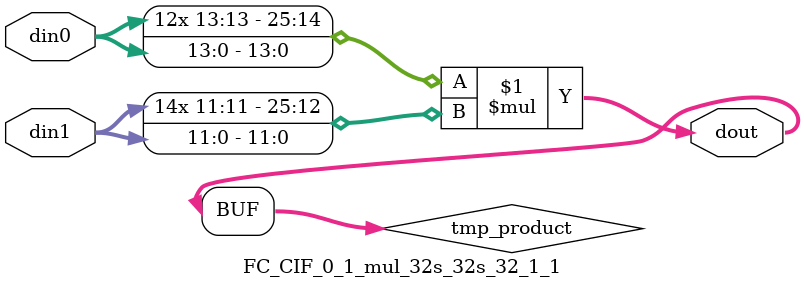
<source format=v>

`timescale 1 ns / 1 ps

  (* use_dsp = "no" *)  module FC_CIF_0_1_mul_32s_32s_32_1_1(din0, din1, dout);
parameter ID = 1;
parameter NUM_STAGE = 0;
parameter din0_WIDTH = 14;
parameter din1_WIDTH = 12;
parameter dout_WIDTH = 26;

input [din0_WIDTH - 1 : 0] din0; 
input [din1_WIDTH - 1 : 0] din1; 
output [dout_WIDTH - 1 : 0] dout;

wire signed [dout_WIDTH - 1 : 0] tmp_product;













assign tmp_product = $signed(din0) * $signed(din1);








assign dout = tmp_product;







endmodule

</source>
